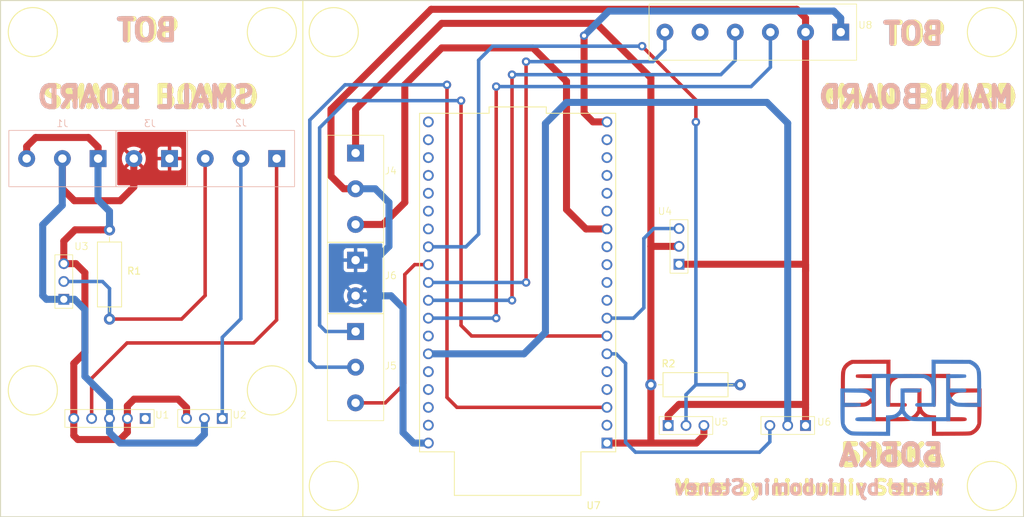
<source format=kicad_pcb>
(kicad_pcb (version 20221018) (generator pcbnew)
  (layers (0 "F.Cu" signal) (31 "B.Cu" signal) (34 "B.Paste" user) (35 "F.Paste" user) (36 "B.SilkS" user "B.Silkscreen") (37 "F.SilkS" user "F.Silkscreen") (38 "B.Mask" user) (39 "F.Mask" user) (44 "Edge.Cuts" user))
  (net 0 "")
  (net 1 "+3V3")
  (net 2 "+3.3V")
  (net 3 "/air_temp")
  (net 4 "GND")
  (net 5 "/water_temp")
  (net 6 "/uv_out")
  (net 7 "/brightness_out")
  (net 8 "/uv_ref_main")
  (net 9 "GND1")
  (net 10 "/uv_out_main")
  (net 11 "/brightness_out_main")
  (net 12 "/air_temp_main")
  (net 13 "/water_level")
  (net 14 "/turbidity")
  (net 15 "+5V")
  (net 16 "/water_level_power")
  (net 17 "/relay_brightness_lamp")
  (net 18 "/relay_uv_lamp")
  (net 19 "/relay_heater")
  (footprint "Diplomna:3pin_holes" (layer "F.Cu") (at 148 101)
    (fp_text reference "U5")
    (fp_text value "DS18B20-water")
  )
  (footprint "MountingHole:MountingHole_3.2mm_M3" (layer "F.Cu") (at 89.1 96)
    (fp_text reference "REF**" hide)
    (fp_text value "MountingHole_3.2mm_M3" hide)
  )
  (footprint "Resistor_THT:R_Axial_DIN0309_L9.0mm_D3.2mm_P12.70mm_Horizontal" (layer "F.Cu") (at 66 73.15 -90)
    (fp_text reference "R1")
    (fp_text value "2.2k" hide)
  )
  (footprint "MountingHole:MountingHole_3.2mm_M3" (layer "F.Cu") (at 97.9 109.6)
    (fp_text reference "REF**" hide)
    (fp_text value "MountingHole_3.2mm_M3" hide)
  )
  (footprint "MountingHole:MountingHole_3.2mm_M3" (layer "F.Cu") (at 187 85.5)
    (fp_text reference "REF**" hide)
    (fp_text value "MountingHole_3.2mm_M3" hide)
  )
  (footprint "Diplomna:connector_3p" (layer "F.Cu") (at 101 67.3 -90)
    (fp_text reference "J4")
    (fp_text value "Conn_01x03_Pin" hide)
  )
  (footprint "Diplomna:3pin_holes" (layer "F.Cu") (at 79.5 100 180)
    (fp_text reference "U2")
    (fp_text value "TEMT6000")
  )
  (footprint "Diplomna:connector_6p" (layer "F.Cu") (at 164.5 45 180)
    (fp_text reference "U8")
    (fp_text value "Relay module")
  )
  (footprint "MountingHole:MountingHole_3.2mm_M3" (layer "F.Cu") (at 191.5 45)
    (fp_text reference "REF**" hide)
    (fp_text value "MountingHole_3.2mm_M3" hide)
  )
  (footprint "MountingHole:MountingHole_3.2mm_M3" (layer "F.Cu") (at 55.1 45)
    (fp_text reference "REF**" hide)
    (fp_text value "MountingHole_3.2mm_M3" hide)
  )
  (footprint "Diplomna:MODULE_ESP32-DEVKITC" (layer "F.Cu") (at 124.05 80.65 180)
    (fp_text reference "U7")
    (fp_text value "ESP32")
  )
  (footprint "MountingHole:MountingHole_3.2mm_M3" (layer "F.Cu") (at 97.9 45)
    (fp_text reference "REF**" hide)
    (fp_text value "MountingHole_3.2mm_M3" hide)
  )
  (footprint "Diplomna:connector_2p" (layer "F.Cu") (at 101 80 -90)
    (fp_text reference "J6")
    (fp_text value "Conn_01x02_Pin" hide)
  )
  (footprint "MountingHole:MountingHole_3.2mm_M3" (layer "F.Cu") (at 157 85.5)
    (fp_text reference "REF**" hide)
    (fp_text value "MountingHole_3.2mm_M3" hide)
  )
  (footprint "Diplomna:connector_3p" (layer "F.Cu") (at 101 92.7 -90)
    (fp_text reference "J5")
    (fp_text value "Conn_01x03_Pin" hide)
  )
  (footprint "LOGO" (layer "F.Cu") (at 180 97)
    (fp_text reference "G***" hide)
    (fp_text value "LOGO" hide)
  )
  (footprint "Resistor_THT:R_Axial_DIN0309_L9.0mm_D3.2mm_P12.70mm_Horizontal" (layer "F.Cu") (at 143 95.2)
    (fp_text reference "R2")
    (fp_text value "2.2k" hide)
  )
  (footprint "Diplomna:3pin_holes" (layer "F.Cu") (at 162.46 101 180)
    (fp_text reference "U6")
    (fp_text value "Water Level Sensor")
  )
  (footprint "Diplomna:3pin_holes" (layer "F.Cu") (at 59.5 80.5 90)
    (fp_text reference "U3")
    (fp_text value "DS18B20-air")
  )
  (footprint "MountingHole:MountingHole_3.2mm_M3" (layer "F.Cu") (at 157 65.5)
    (fp_text reference "REF**" hide)
    (fp_text value "MountingHole_3.2mm_M3" hide)
  )
  (footprint "MountingHole:MountingHole_3.2mm_M3" (layer "F.Cu") (at 187 65.5)
    (fp_text reference "REF**" hide)
    (fp_text value "MountingHole_3.2mm_M3" hide)
  )
  (footprint "Diplomna:3pin_holes" (layer "F.Cu") (at 147 75.5 90)
    (fp_text reference "U4")
    (fp_text value "Turbidity sensor")
  )
  (footprint "MountingHole:MountingHole_3.2mm_M3" (layer "F.Cu") (at 191.5 109.6)
    (fp_text reference "REF**" hide)
    (fp_text value "MountingHole_3.2mm_M3" hide)
  )
  (footprint "MountingHole:MountingHole_3.2mm_M3" (layer "F.Cu") (at 55.1 96)
    (fp_text reference "REF**" hide)
    (fp_text value "MountingHole_3.2mm_M3" hide)
  )
  (footprint "MountingHole:MountingHole_3.2mm_M3" (layer "F.Cu") (at 89.1 45)
    (fp_text reference "REF**" hide)
    (fp_text value "MountingHole_3.2mm_M3" hide)
  )
  (footprint "Diplomna:5pin_holes" (layer "F.Cu") (at 66 100 180)
    (fp_text reference "U1")
    (fp_text value "GY-8511 UV sensor")
  )
  (footprint "Diplomna:connector_3p" (layer "B.Cu") (at 59.3 63 180)
    (fp_text reference "J1")
    (fp_text value "Conn_01x03_Pin" hide)
  )
  (footprint "Diplomna:connector_3p" (layer "B.Cu") (at 84.7 63 180)
    (fp_text reference "J2")
    (fp_text value "Conn_01x03_Pin" hide)
  )
  (footprint "LOGO" (layer "B.Cu") (at 180 97 180)
    (fp_text reference "G***" hide)
    (fp_text value "LOGO" hide)
  )
  (footprint "Diplomna:connector_2p" (layer "B.Cu") (at 72 63 180)
    (fp_text reference "J3")
    (fp_text value "Conn_01x02_Pin" hide)
  )
  (gr_circle (center 55.092849 44.992849) (end 53.692849 41.792849) (stroke (width 0.15)) (fill none) (layer "F.SilkS"))
  (gr_circle (center 89.092849 96) (end 87.692849 92.8) (stroke (width 0.15)) (fill none) (layer "F.SilkS"))
  (gr_circle (center 191.5 109.6) (end 190.1 106.4) (stroke (width 0.15)) (fill none) (layer "F.SilkS"))
  (gr_circle (center 89.092849 45) (end 87.692849 41.8) (stroke (width 0.15)) (fill none) (layer "F.SilkS"))
  (gr_rect (start 50.5 40.5) (end 196 114) (stroke (width 0.15)) (fill none) (layer "F.SilkS"))
  (gr_circle (center 191.507151 45) (end 190.107151 41.8) (stroke (width 0.15)) (fill none) (layer "F.SilkS"))
  (gr_circle (center 97.9 109.6) (end 96.3 106.5) (stroke (width 0.15)) (fill none) (layer "F.SilkS"))
  (gr_line (start 93.5 40.5) (end 93.5 113.95) (stroke (width 0.15)) (layer "F.SilkS"))
  (gr_circle (center 55.092849 96) (end 53.692849 92.8) (stroke (width 0.15)) (fill none) (layer "F.SilkS"))
  (gr_circle (center 97.892849 45) (end 96.492849 41.8) (stroke (width 0.15)) (fill none) (layer "F.SilkS"))
  (gr_rect (start 50.5 40.5) (end 196 114) (stroke (width 0.1)) (fill none) (layer "Edge.Cuts"))
  (gr_text "Made by Liubomir Stanev" (at 146 111) (layer "F.Cu") (effects (font (size 2 2) (thickness 0.5) bold) (justify left bottom)))
  (gr_text "MAIN BOARD" (at 167 56) (layer "F.Cu") (effects (font (size 3 3) (thickness 0.7) bold) (justify left bottom)))
  (gr_text "SMALL BOARD" (at 56 56) (layer "F.Cu") (effects (font (size 3 3) (thickness 0.7) bold) (justify left bottom)))
  (gr_text "TOP" (at 67 46.5) (layer "F.Cu") (effects (font (size 3 3) (thickness 0.7) bold) (justify left bottom)))
  (gr_text "TOP" (at 176 47) (layer "F.Cu") (effects (font (size 3 3) (thickness 0.7) bold) (justify left bottom)))
  (gr_text "БОБКА" (at 169.5 107) (layer "F.Cu") (effects (font (size 3 3) (thickness 0.7) bold) (justify left bottom)))
  (gr_text "БОБКА" (at 185 107) (layer "B.Cu") (effects (font (size 3 3) (thickness 0.7) bold) (justify left bottom mirror)))
  (gr_text "MAIN BOARD" (at 195 56) (layer "B.Cu") (effects (font (size 3 3) (thickness 0.7) bold) (justify left bottom mirror)))
  (gr_text "BOT" (at 185 47) (layer "B.Cu") (effects (font (size 3 3) (thickness 0.7) bold) (justify left bottom mirror)))
  (gr_text "Made by Liubomir Stanev" (at 185 111) (layer "B.Cu") (effects (font (size 2 2) (thickness 0.5) bold) (justify left bottom mirror)))
  (gr_text "SMALL BOARD" (at 87 56) (layer "B.Cu") (effects (font (size 3 3) (thickness 0.7) bold) (justify left bottom mirror)))
  (gr_text "BOT" (at 76 46.5) (layer "B.Cu") (effects (font (size 3 3) (thickness 0.7) bold) (justify left bottom mirror)))
  (gr_text "БОБКА" (at 185 107) (layer "B.SilkS") (effects (font (size 3 3) (thickness 0.7) bold) (justify left bottom mirror)))
  (gr_text "SMALL BOARD" (at 87 56) (layer "B.SilkS") (effects (font (size 3 3) (thickness 0.7) bold) (justify left bottom mirror)))
  (gr_text "BOT" (at 185 47) (layer "B.SilkS") (effects (font (size 3 3) (thickness 0.7) bold) (justify left bottom mirror)))
  (gr_text "Made by Liubomir Stanev" (at 185 111) (layer "B.SilkS") (effects (font (size 2 2) (thickness 0.5) bold) (justify left bottom mirror)))
  (gr_text "MAIN BOARD" (at 195 56) (layer "B.SilkS") (effects (font (size 3 3) (thickness 0.7) bold) (justify left bottom mirror)))
  (gr_text "BOT" (at 76 46.5) (layer "B.SilkS") (effects (font (size 3 3) (thickness 0.7) bold) (justify left bottom mirror)))
  (gr_text "Made by Liubomir Stanev" (at 146 111) (layer "F.SilkS") (effects (font (size 2 2) (thickness 0.5) bold) (justify left bottom)))
  (gr_text "TOP" (at 67 46.5) (layer "F.SilkS") (effects (font (size 3 3) (thickness 0.7) bold) (justify left bottom)))
  (gr_text "MAIN BOARD" (at 167 56) (layer "F.SilkS") (effects (font (size 3 3) (thickness 0.7) bold) (justify left bottom)))
  (gr_text "SMALL BOARD" (at 56 56) (layer "F.SilkS") (effects (font (size 3 3) (thickness 0.7) bold) (justify left bottom)))
  (gr_text "TOP" (at 176 47) (layer "F.SilkS") (effects (font (size 3 3) (thickness 0.7) bold) (justify left bottom)))
  (gr_text "БОБКА" (at 169.5 107) (layer "F.SilkS") (effects (font (size 3 3) (thickness 0.7) bold) (justify left bottom)))
  (segment (start 64.38 61.38) (end 63 60) (width 1) (layer "F.Cu") (net 1))
  (segment (start 64.38 63) (end 64.38 61.38) (width 1) (layer "F.Cu") (net 1))
  (segment (start 60.92 100) (end 60.92 92.17) (width 1) (layer "F.Cu") (net 1))
  (segment (start 59.5 77.96) (end 59.5 74.75) (width 1) (layer "F.Cu") (net 1))
  (segment (start 69.5 97.25) (end 75.75 97.25) (width 1) (layer "F.Cu") (net 1))
  (segment (start 76.96 98.46) (end 76.96 100) (width 1) (layer "F.Cu") (net 1))
  (segment (start 62.5 79.25) (end 61.21 77.96) (width 1) (layer "F.Cu") (net 1))
  (segment (start 75.75 97.25) (end 76.96 98.46) (width 1) (layer "F.Cu") (net 1))
  (segment (start 63 60) (end 55.5 60) (width 1) (layer "F.Cu") (net 1))
  (segment (start 61.1 73.15) (end 64.75 73.15) (width 1) (layer "F.Cu") (net 1))
  (segment (start 62.5 90.59) (end 62.5 79.25) (width 1) (layer "F.Cu") (net 1))
  (segment (start 67.5 103) (end 68.54 101.96) (width 1) (layer "F.Cu") (net 1))
  (segment (start 68.54 98.21) (end 69.5 97.25) (width 1) (layer "F.Cu") (net 1))
  (segment (start 64.75 73.15) (end 66 73.15) (width 1) (layer "F.Cu") (net 1))
  (segment (start 55.5 60) (end 54.22 61.28) (width 1) (layer "F.Cu") (net 1))
  (segment (start 60.92 92.17) (end 62.5 90.59) (width 1) (layer "F.Cu") (net 1))
  (segment (start 60.92 100) (end 60.92 102.42) (width 1) (layer "F.Cu") (net 1))
  (segment (start 68.54 101.96) (end 68.54 100) (width 1) (layer "F.Cu") (net 1))
  (segment (start 54.22 61.28) (end 54.22 63) (width 1) (layer "F.Cu") (net 1))
  (segment (start 60.92 102.42) (end 61.5 103) (width 1) (layer "F.Cu") (net 1))
  (segment (start 61.21 77.96) (end 59.5 77.96) (width 1) (layer "F.Cu") (net 1))
  (segment (start 59.5 74.75) (end 61.1 73.15) (width 1) (layer "F.Cu") (net 1))
  (segment (start 68.54 100) (end 68.54 98.21) (width 1) (layer "F.Cu") (net 1))
  (segment (start 61.5 103) (end 67.5 103) (width 1) (layer "F.Cu") (net 1))
  (segment (start 64.3636 68.8636) (end 66 70.5) (width 1) (layer "B.Cu") (net 1))
  (segment (start 66 70.5) (end 66 73.15) (width 1) (layer "B.Cu") (net 1))
  (segment (start 64.3636 63) (end 64.3636 68.8636) (width 1) (layer "B.Cu") (net 1))
  (segment (start 143 95.2) (end 143 75.5) (width 1) (layer "F.Cu") (net 2))
  (segment (start 101 56) (end 101 62.22) (width 1) (layer "F.Cu") (net 2))
  (segment (start 113.25 43.75) (end 101 56) (width 1) (layer "F.Cu") (net 2))
  (segment (start 143 75.5) (end 143 51.5) (width 1) (layer "F.Cu") (net 2))
  (segment (start 147 75.5) (end 143 75.5) (width 1) (layer "F.Cu") (net 2))
  (segment (start 135.25 43.75) (end 113.25 43.75) (width 1) (layer "F.Cu") (net 2))
  (segment (start 143 103.5) (end 143 95.2) (width 1) (layer "F.Cu") (net 2))
  (segment (start 136.75 103.5) (end 143 103.5) (width 1) (layer "F.Cu") (net 2))
  (segment (start 143 51.5) (end 135.25 43.75) (width 1) (layer "F.Cu") (net 2))
  (segment (start 143 103.5) (end 149.46 103.5) (width 1) (layer "F.Cu") (net 2))
  (segment (start 149.46 103.5) (end 150.54 102.42) (width 1) (layer "F.Cu") (net 2))
  (segment (start 150.54 102.42) (end 150.54 101) (width 1) (layer "F.Cu") (net 2))
  (segment (start 76.2528 85.85) (end 66 85.85) (width 0.5) (layer "F.Cu") (net 3))
  (segment (start 79.6036 82.4992) (end 76.2528 85.85) (width 0.5) (layer "F.Cu") (net 3))
  (segment (start 79.6036 63) (end 79.6036 82.4992) (width 0.5) (layer "F.Cu") (net 3))
  (segment (start 65 80.5) (end 59.5 80.5) (width 0.5) (layer "B.Cu") (net 3))
  (segment (start 66 85.85) (end 66 81.5) (width 0.5) (layer "B.Cu") (net 3))
  (segment (start 66 81.5) (end 65 80.5) (width 0.5) (layer "B.Cu") (net 3))
  (segment (start 165 45) (end 165 43) (width 1) (layer "F.Cu") (net 4))
  (segment (start 163.75 41.75) (end 111.75 41.75) (width 1) (layer "F.Cu") (net 4))
  (segment (start 145.46 99.54) (end 147 98) (width 1) (layer "F.Cu") (net 4))
  (segment (start 165 43) (end 163.75 41.75) (width 1) (layer "F.Cu") (net 4))
  (segment (start 147 78.04) (end 164.935 78.04) (width 1) (layer "F.Cu") (net 4))
  (segment (start 165 98.5) (end 165 101) (width 1) (layer "F.Cu") (net 4))
  (segment (start 97.5 56) (end 97.5 65.5) (width 1) (layer "F.Cu") (net 4))
  (segment (start 99.3 67.3) (end 101 67.3) (width 1) (layer "F.Cu") (net 4))
  (segment (start 147 98) (end 165 98) (width 1) (layer "F.Cu") (net 4))
  (segment (start 111.75 41.75) (end 97.5 56) (width 1) (layer "F.Cu") (net 4))
  (segment (start 165 79) (end 165 98.5) (width 1) (layer "F.Cu") (net 4))
  (segment (start 165 79) (end 165 78.105) (width 1) (layer "F.Cu") (net 4))
  (segment (start 145.46 101) (end 145.46 99.54) (width 1) (layer "F.Cu") (net 4))
  (segment (start 97.5 65.5) (end 99.3 67.3) (width 1) (layer "F.Cu") (net 4))
  (segment (start 164.935 78.04) (end 165 78.105) (width 1) (layer "F.Cu") (net 4))
  (segment (start 165 45) (end 165 79) (width 1) (layer "F.Cu") (net 4))
  (segment (start 103.8 67.3) (end 101 67.3) (width 1) (layer "B.Cu") (net 4))
  (segment (start 105.75 75.5) (end 105.75 69.25) (width 1) (layer "B.Cu") (net 4))
  (segment (start 101 77.46) (end 103.79 77.46) (width 1) (layer "B.Cu") (net 4))
  (segment (start 109.25 103.5) (end 107.75 102) (width 1) (layer "B.Cu") (net 4))
  (segment (start 107.75 102) (end 107.75 84.25) (width 1) (layer "B.Cu") (net 4))
  (segment (start 105.75 69.25) (end 103.8 67.3) (width 1) (layer "B.Cu") (net 4))
  (segment (start 106.04 82.54) (end 101 82.54) (width 1) (layer "B.Cu") (net 4))
  (segment (start 107.75 84.25) (end 106.04 82.54) (width 1) (layer "B.Cu") (net 4))
  (segment (start 111.35 103.5) (end 109.25 103.5) (width 1) (layer "B.Cu") (net 4))
  (segment (start 103.79 77.46) (end 105.75 75.5) (width 1) (layer "B.Cu") (net 4))
  (segment (start 141.75 47) (end 149.4 54.65) (width 0.5) (layer "F.Cu") (net 5))
  (segment (start 149.4 54.65) (end 149.4 57.8) (width 0.5) (layer "F.Cu") (net 5))
  (via (at 149.4 57.8) (size 1.2) (drill 0.6) (layers "F.Cu" "B.Cu") (net 5))
  (via (at 141.75 47) (size 1.2) (drill 0.6) (layers "F.Cu" "B.Cu") (net 5))
  (segment (start 118.5 73.75) (end 116.69 75.56) (width 0.5) (layer "B.Cu") (net 5))
  (segment (start 118.5 49) (end 118.5 73.75) (width 0.5) (layer "B.Cu") (net 5))
  (segment (start 149.4 95.2) (end 149.4 57.8) (width 0.5) (layer "B.Cu") (net 5))
  (segment (start 120.5 47) (end 118.5 49) (width 0.5) (layer "B.Cu") (net 5))
  (segment (start 148 96.6) (end 148 101) (width 0.5) (layer "B.Cu") (net 5))
  (segment (start 116.69 75.56) (end 111.35 75.56) (width 0.5) (layer "B.Cu") (net 5))
  (segment (start 149.4 95.2) (end 148 96.6) (width 0.5) (layer "B.Cu") (net 5))
  (segment (start 149.4 95.2) (end 155.7 95.2) (width 0.5) (layer "B.Cu") (net 5))
  (segment (start 141.75 47) (end 120.5 47) (width 0.5) (layer "B.Cu") (net 5))
  (segment (start 68.5 89.25) (end 63.46 94.29) (width 0.5) (layer "F.Cu") (net 6))
  (segment (start 63.46 94.29) (end 63.46 100) (width 0.5) (layer "F.Cu") (net 6))
  (segment (start 86.5 89.25) (end 68.5 89.25) (width 0.5) (layer "F.Cu") (net 6))
  (segment (start 89.7636 85.9864) (end 86.5 89.25) (width 0.5) (layer "F.Cu") (net 6))
  (segment (start 89.7636 63) (end 89.7636 85.9864) (width 0.5) (layer "F.Cu") (net 6))
  (segment (start 82.04 88.46) (end 82.04 100) (width 0.5) (layer "B.Cu") (net 7))
  (segment (start 84.6836 85.8164) (end 82.04 88.46) (width 0.5) (layer "B.Cu") (net 7))
  (segment (start 84.6836 63) (end 84.6836 85.8164) (width 0.5) (layer "B.Cu") (net 7))
  (segment (start 131 52) (end 126.244 47.244) (width 1) (layer "F.Cu") (net 8))
  (segment (start 108 69.25) (end 104.87 72.38) (width 1) (layer "F.Cu") (net 8))
  (segment (start 133.77 73.02) (end 131 70.25) (width 1) (layer "F.Cu") (net 8))
  (segment (start 136.7 73.02) (end 133.77 73.02) (width 1) (layer "F.Cu") (net 8))
  (segment (start 126.244 47.244) (end 113.256 47.244) (width 1) (layer "F.Cu") (net 8))
  (segment (start 131 70.25) (end 131 52) (width 1) (layer "F.Cu") (net 8))
  (segment (start 108 52.5) (end 108 69.25) (width 1) (layer "F.Cu") (net 8))
  (segment (start 104.87 72.38) (end 101 72.38) (width 1) (layer "F.Cu") (net 8))
  (segment (start 113.256 47.244) (end 108 52.5) (width 1) (layer "F.Cu") (net 8))
  (segment (start 67.5 69) (end 61 69) (width 1) (layer "F.Cu") (net 9))
  (segment (start 61 69) (end 59.3 67.3) (width 1) (layer "F.Cu") (net 9))
  (segment (start 69.46 67.04) (end 67.5 69) (width 1) (layer "F.Cu") (net 9))
  (segment (start 69.46 63) (end 69.46 67.04) (width 1) (layer "F.Cu") (net 9))
  (segment (start 59.3 67.3) (end 59.3 63) (width 1) (layer "F.Cu") (net 9))
  (segment (start 67.5 103.5) (end 66 102) (width 1) (layer "B.Cu") (net 9))
  (segment (start 79.5 102.25) (end 78.25 103.5) (width 1) (layer "B.Cu") (net 9))
  (segment (start 66 97.5) (end 62.5 94) (width 1) (layer "B.Cu") (net 9))
  (segment (start 56.5 82.5) (end 56.5 72.4304) (width 1) (layer "B.Cu") (net 9))
  (segment (start 79.5 100) (end 79.5 102.25) (width 1) (layer "B.Cu") (net 9))
  (segment (start 62.5 84.5) (end 61.04 83.04) (width 1) (layer "B.Cu") (net 9))
  (segment (start 59.2836 69.6468) (end 59.2836 63) (width 1) (layer "B.Cu") (net 9))
  (segment (start 66 100) (end 66 97.5) (width 1) (layer "B.Cu") (net 9))
  (segment (start 61.04 83.04) (end 59.5 83.04) (width 1) (layer "B.Cu") (net 9))
  (segment (start 78.25 103.5) (end 67.5 103.5) (width 1) (layer "B.Cu") (net 9))
  (segment (start 66 102) (end 66 100) (width 1) (layer "B.Cu") (net 9))
  (segment (start 57.04 83.04) (end 56.5 82.5) (width 1) (layer "B.Cu") (net 9))
  (segment (start 59.5 83.04) (end 57.04 83.04) (width 1) (layer "B.Cu") (net 9))
  (segment (start 62.5 94) (end 62.5 84.5) (width 1) (layer "B.Cu") (net 9))
  (segment (start 56.5 72.4304) (end 59.2836 69.6468) (width 1) (layer "B.Cu") (net 9))
  (segment (start 136.7 88.26) (end 117.51 88.26) (width 0.5) (layer "F.Cu") (net 10))
  (segment (start 117.51 88.26) (end 116 86.75) (width 0.5) (layer "F.Cu") (net 10))
  (segment (start 116 86.75) (end 116 54.75) (width 0.5) (layer "F.Cu") (net 10))
  (via (at 116 54.75) (size 1.2) (drill 0.6) (layers "F.Cu" "B.Cu") (net 10))
  (segment (start 116 54.75) (end 99.75 54.75) (width 0.5) (layer "B.Cu") (net 10))
  (segment (start 99.75 54.75) (end 95.885 58.615) (width 0.5) (layer "B.Cu") (net 10))
  (segment (start 96.764 87.62) (end 101 87.62) (width 0.5) (layer "B.Cu") (net 10))
  (segment (start 95.885 58.615) (end 95.885 86.741) (width 0.5) (layer "B.Cu") (net 10))
  (segment (start 95.885 86.741) (end 96.764 87.62) (width 0.5) (layer "B.Cu") (net 10))
  (segment (start 115.42 98.42) (end 136.7 98.42) (width 0.5) (layer "F.Cu") (net 11))
  (segment (start 114 97) (end 115.42 98.42) (width 0.5) (layer "F.Cu") (net 11))
  (segment (start 114 52.5) (end 114 97) (width 0.5) (layer "F.Cu") (net 11))
  (via (at 114 52.5) (size 1.2) (drill 0.6) (layers "F.Cu" "B.Cu") (net 11))
  (segment (start 114 52.5) (end 99.5 52.5) (width 0.5) (layer "B.Cu") (net 11))
  (segment (start 95.367 92.7) (end 101 92.7) (width 0.5) (layer "B.Cu") (net 11))
  (segment (start 94.488 57.512) (end 94.488 91.821) (width 0.5) (layer "B.Cu") (net 11))
  (segment (start 99.5 52.5) (end 94.488 57.512) (width 0.5) (layer "B.Cu") (net 11))
  (segment (start 94.488 91.821) (end 95.367 92.7) (width 0.5) (layer "B.Cu") (net 11))
  (segment (start 101 97.78) (end 105.22 97.78) (width 0.5) (layer "F.Cu") (net 12))
  (segment (start 109.4 78.1) (end 111.35 78.1) (width 0.5) (layer "F.Cu") (net 12))
  (segment (start 105.22 97.78) (end 108 95) (width 0.5) (layer "F.Cu") (net 12))
  (segment (start 108 79.5) (end 109.4 78.1) (width 0.5) (layer "F.Cu") (net 12))
  (segment (start 108 95) (end 108 79.5) (width 0.5) (layer "F.Cu") (net 12))
  (segment (start 159.92 103.33) (end 159.92 101) (width 0.5) (layer "B.Cu") (net 13))
  (segment (start 139.4 92.15) (end 139.4 103.4) (width 0.5) (layer "B.Cu") (net 13))
  (segment (start 138.05 90.8) (end 139.4 92.15) (width 0.5) (layer "B.Cu") (net 13))
  (segment (start 158.45 104.8) (end 159.92 103.33) (width 0.5) (layer "B.Cu") (net 13))
  (segment (start 140.8 104.8) (end 158.45 104.8) (width 0.5) (layer "B.Cu") (net 13))
  (segment (start 136.7 90.8) (end 138.05 90.8) (width 0.5) (layer "B.Cu") (net 13))
  (segment (start 139.4 103.4) (end 140.8 104.8) (width 0.5) (layer "B.Cu") (net 13))
  (segment (start 140.53 85.72) (end 142 84.25) (width 0.5) (layer "B.Cu") (net 14))
  (segment (start 143.415 72.96) (end 147 72.96) (width 0.5) (layer "B.Cu") (net 14))
  (segment (start 136.7 85.72) (end 140.53 85.72) (width 0.5) (layer "B.Cu") (net 14))
  (segment (start 142 74.375) (end 143.415 72.96) (width 0.5) (layer "B.Cu") (net 14))
  (segment (start 142 84.25) (end 142 74.375) (width 0.5) (layer "B.Cu") (net 14))
  (segment (start 133.5 56.5) (end 134.78 57.78) (width 1) (layer "F.Cu") (net 15))
  (segment (start 133.5 45.5) (end 133.5 56.5) (width 1) (layer "F.Cu") (net 15))
  (segment (start 134.78 57.78) (end 136.7 57.78) (width 1) (layer "F.Cu") (net 15))
  (via (at 133.5 45.5) (size 1.2) (drill 0.6) (layers "F.Cu" "B.Cu") (net 15))
  (segment (start 137 42) (end 169 42) (width 1) (layer "B.Cu") (net 15))
  (segment (start 169 42) (end 170 43) (width 1) (layer "B.Cu") (net 15))
  (segment (start 133.5 45.5) (end 137 42) (width 1) (layer "B.Cu") (net 15))
  (segment (start 170 43) (end 170 45) (width 1) (layer "B.Cu") (net 15))
  (segment (start 159.5 55) (end 131 55) (width 1) (layer "B.Cu") (net 16))
  (segment (start 128 87.75) (end 124.95 90.8) (width 1) (layer "B.Cu") (net 16))
  (segment (start 131 55) (end 128 58) (width 1) (layer "B.Cu") (net 16))
  (segment (start 124.95 90.8) (end 111.35 90.8) (width 1) (layer "B.Cu") (net 16))
  (segment (start 162.46 101) (end 162.46 57.96) (width 1) (layer "B.Cu") (net 16))
  (segment (start 162.46 57.96) (end 159.5 55) (width 1) (layer "B.Cu") (net 16))
  (segment (start 128 58) (end 128 87.75) (width 1) (layer "B.Cu") (net 16))
  (segment (start 121 52.75) (end 121 85.72) (width 0.5) (layer "F.Cu") (net 17))
  (via (at 121 52.75) (size 1.2) (drill 0.6) (layers "F.Cu" "B.Cu") (net 17))
  (via (at 121 85.72) (size 1.2) (drill 0.6) (layers "F.Cu" "B.Cu") (net 17))
  (segment (start 157.25 52.75) (end 160 50) (width 0.5) (layer "B.Cu") (net 17))
  (segment (start 111.35 85.72) (end 121 85.72) (width 0.5) (layer "B.Cu") (net 17))
  (segment (start 160 50) (end 160 45) (width 0.5) (layer "B.Cu") (net 17))
  (segment (start 121 52.75) (end 157.25 52.75) (width 0.5) (layer "B.Cu") (net 17))
  (segment (start 123.25 51.054) (end 123.25 82.85) (width 0.5) (layer "F.Cu") (net 18))
  (via (at 123.25 83.18) (size 1.2) (drill 0.6) (layers "F.Cu" "B.Cu") (net 18))
  (via (at 123.25 51.054) (size 1.2) (drill 0.6) (layers "F.Cu" "B.Cu") (net 18))
  (segment (start 152.946 51.054) (end 155 49) (width 0.5) (layer "B.Cu") (net 18))
  (segment (start 155 49) (end 155 45) (width 0.5) (layer "B.Cu") (net 18))
  (segment (start 111.35 83.18) (end 123.25 83.18) (width 0.5) (layer "B.Cu") (net 18))
  (segment (start 152.946 51.054) (end 123.25 51.054) (width 0.5) (layer "B.Cu") (net 18))
  (segment (start 125.25 49.2) (end 125.25 80.64) (width 0.5) (layer "F.Cu") (net 19))
  (via (at 125.25 49.2) (size 1.2) (drill 0.6) (layers "F.Cu" "B.Cu") (net 19))
  (via (at 125.25 80.64) (size 1.2) (drill 0.6) (layers "F.Cu" "B.Cu") (net 19))
  (segment (start 143.3 49.2) (end 125.25 49.2) (width 0.5) (layer "B.Cu") (net 19))
  (segment (start 145 47.5) (end 143.3 49.2) (width 0.5) (layer "B.Cu") (net 19))
  (segment (start 111.35 80.64) (end 125.25 80.64) (width 0.5) (layer "B.Cu") (net 19))
  (segment (start 145 45) (end 145 47.5) (width 0.5) (layer "B.Cu") (net 19))
  (zone (net 9) (net_name "GND1") (layer "F.Cu") (connect_pads (clearance 0.5)) (min_thickness 0.25) (fill yes (thermal_gap 0.5) (thermal_bridge_width 0.5))
    (polygon (pts (xy 67.1 59.2) (xy 76.9 59.2) (xy 76.9 66.8) (xy 67.1 66.8)))
  )
  (zone (net 4) (net_name "GND") (layer "B.Cu") (priority 1) (connect_pads (clearance 0.5)) (min_thickness 0.25) (fill yes (thermal_gap 0.5) (thermal_bridge_width 0.5))
    (polygon (pts (xy 97.2 84.9) (xy 97.2 75.1) (xy 104.8 75.1) (xy 104.8 84.9)))
  )
)
</source>
